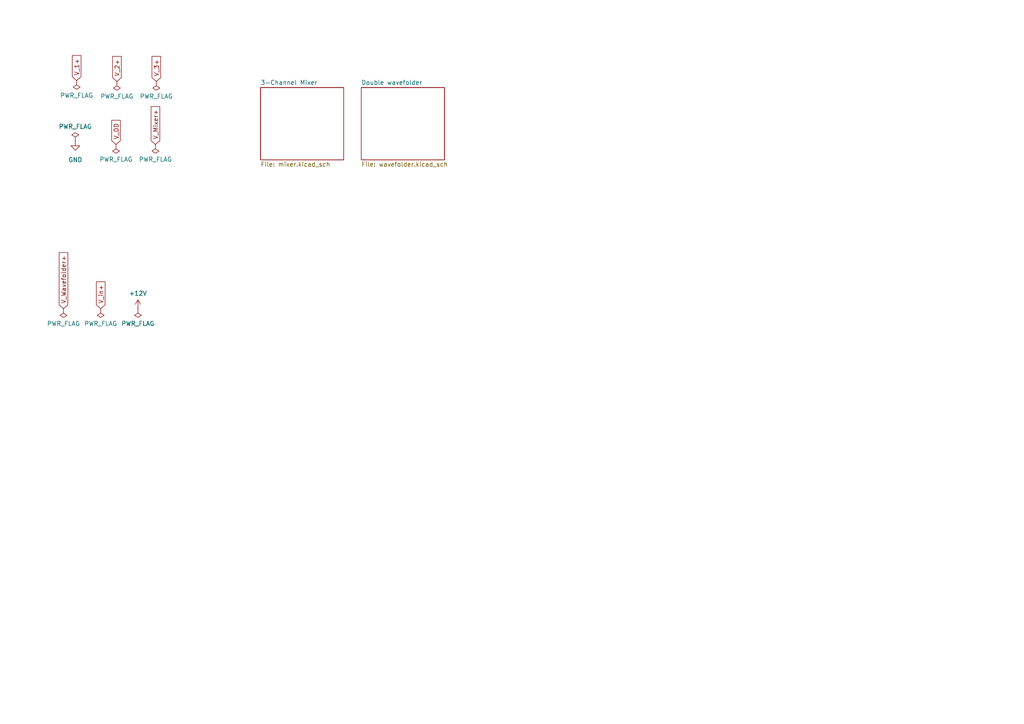
<source format=kicad_sch>
(kicad_sch (version 20230121) (generator eeschema)
  (paper "A4")
  (lib_symbols
    (symbol "power:+12V" (power) (pin_names (offset 0))
      (property "Value" "+12V" (at 0 3.556 0))
      (symbol "+12V_0_1"
        (polyline (pts (xy -0.762 1.27) (xy 0 2.54)))
        (polyline (pts (xy 0 0) (xy 0 2.54)))
        (polyline (pts (xy 0 2.54) (xy 0.762 1.27)))
      )
      (symbol "+12V_1_1"
        (pin power_in line (at 0 0 90) (length 0) hide (name "+12V") (number "1"))
      )
    )
    (symbol "power:GND" (power) (pin_names (offset 0))
      (property "Value" "GND" (at 0 -3.81 0))
      (symbol "GND_0_1"
        (polyline (pts (xy 0 0) (xy 0 -1.27) (xy 1.27 -1.27) (xy 0 -2.54) (xy -1.27 -1.27) (xy 0 -1.27)))
      )
      (symbol "GND_1_1"
        (pin power_in line (at 0 0 270) (length 0) hide (name "GND") (number "1"))
      )
    )
    (symbol "power:PWR_FLAG" (power) (pin_numbers hide) (pin_names (offset 0) hide)
      (property "Value" "PWR_FLAG" (at 0 3.81 0))
      (symbol "PWR_FLAG_0_0"
        (pin power_out line (at 0 0 90) (length 0) (name "pwr") (number "1"))
      )
      (symbol "PWR_FLAG_0_1"
        (polyline (pts (xy 0 0) (xy 0 1.27) (xy -1.016 1.905) (xy 0 2.54) (xy 1.016 1.905) (xy 0 1.27)))
      )
    )
  )
  (global_label "V_in+" (shape input) (at 29.21 89.535 90) (property "Intersheetrefs" "${INTERSHEET_REFS}" (effects hide)))
  (global_label "V_3+" (shape input) (at 45.339 23.622 90) (property "Intersheetrefs" "${INTERSHEET_REFS}" (effects hide)))
  (global_label "V_DD" (shape input) (at 33.655 41.91 90) (property "Intersheetrefs" "${INTERSHEET_REFS}" (effects hide)))
  (global_label "V_Wavefolder+" (shape input) (at 18.415 89.535 90) (property "Intersheetrefs" "${INTERSHEET_REFS}" (effects hide)))
  (global_label "V_1+" (shape input) (at 22.225 23.368 90) (property "Intersheetrefs" "${INTERSHEET_REFS}" (effects hide)))
  (global_label "V_2+" (shape input) (at 33.909 23.622 90) (property "Intersheetrefs" "${INTERSHEET_REFS}" (effects hide)))
  (global_label "V_Mixer+" (shape input) (at 45.085 41.91 90) (property "Intersheetrefs" "${INTERSHEET_REFS}" (effects hide)))
  (symbol (lib_id "power:PWR_FLAG") (at 40.005 89.535 180) (unit 1)
    (property "Reference" "#FLG09" (effects hide))
    (property "Value" "PWR_FLAG" (at 40.005 93.853 0))
  )
  (symbol (lib_id "power:PWR_FLAG") (at 22.225 23.368 180) (unit 1)
    (property "Reference" "#FLG01" (effects hide))
    (property "Value" "PWR_FLAG" (at 22.225 27.686 0))
  )
  (symbol (lib_id "power:PWR_FLAG") (at 21.844 41.021 0) (unit 1)
    (property "Reference" "#FLG04" (effects hide))
    (property "Value" "PWR_FLAG" (at 21.844 36.703 0))
  )
  (symbol (lib_id "power:PWR_FLAG") (at 45.339 23.622 180) (unit 1)
    (property "Reference" "#FLG03" (effects hide))
    (property "Value" "PWR_FLAG" (at 45.339 27.94 0))
  )
  (symbol (lib_id "power:+12V") (at 40.005 89.535 0) (unit 1)
    (property "Reference" "#PWR011" (effects hide))
    (property "Value" "+12V" (at 40.005 85.09 0))
  )
  (symbol (lib_id "power:PWR_FLAG") (at 29.21 89.535 180) (unit 1)
    (property "Reference" "#FLG07" (effects hide))
    (property "Value" "PWR_FLAG" (at 29.21 93.853 0))
  )
  (symbol (lib_id "power:PWR_FLAG") (at 33.655 41.91 180) (unit 1)
    (property "Reference" "#FLG05" (effects hide))
    (property "Value" "PWR_FLAG" (at 33.655 46.228 0))
  )
  (symbol (lib_id "power:GND") (at 21.844 41.021 0) (unit 1)
    (property "Reference" "#PWR01" (effects hide))
    (property "Value" "GND" (at 21.844 46.355 0))
  )
  (symbol (lib_id "power:PWR_FLAG") (at 18.415 89.535 180) (unit 1)
    (property "Reference" "#FLG08" (effects hide))
    (property "Value" "PWR_FLAG" (at 18.415 93.853 0))
  )
  (symbol (lib_id "power:PWR_FLAG") (at 33.909 23.622 180) (unit 1)
    (property "Reference" "#FLG02" (effects hide))
    (property "Value" "PWR_FLAG" (at 33.909 27.94 0))
  )
  (symbol (lib_id "power:PWR_FLAG") (at 45.085 41.91 180) (unit 1)
    (property "Reference" "#FLG06" (effects hide))
    (property "Value" "PWR_FLAG" (at 45.085 46.228 0))
  )
  (sheet (at 104.775 25.4) (size 24.13 20.955) (stroke (width 0.1524))
    (property "Sheetname" "Double wavefolder" (at 104.775 24.6884 0) (effects (justify left bottom)))
    (property "Sheetfile" "wavefolder.kicad_sch" (at 104.775 46.9396 0) (effects (justify left top)))
  )
  (sheet (at 75.565 25.4) (size 24.13 20.955) (stroke (width 0.1524))
    (property "Sheetname" "3-Channel Mixer" (at 75.565 24.6884 0) (effects (justify left bottom)))
    (property "Sheetfile" "mixer.kicad_sch" (at 75.565 46.9396 0) (effects (justify left top)))
  )
)
</source>
